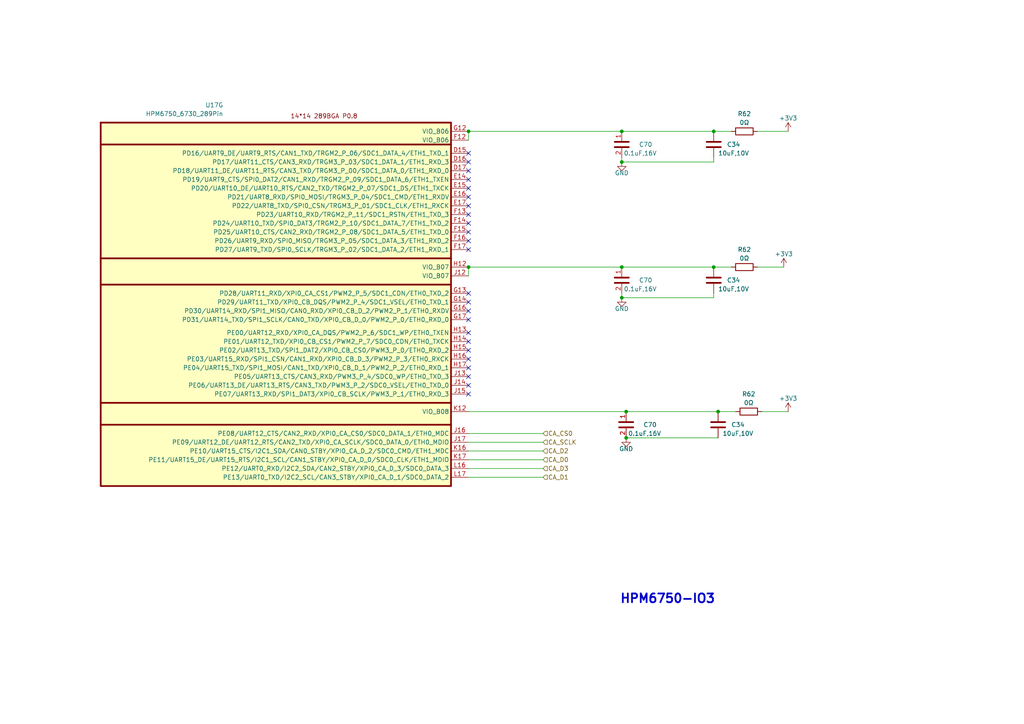
<source format=kicad_sch>
(kicad_sch (version 20230121) (generator eeschema)
  (paper "A4")
  (title_block (title "HPM6750 ADC EVK") (date "2023-5-25") (rev "A"))
  (junction (at 135.89 77.47))
  (junction (at 181.61 119.38))
  (junction (at 208.28 119.38))
  (junction (at 135.89 38.1))
  (junction (at 180.34 86.36))
  (junction (at 207.01 77.47))
  (junction (at 207.01 38.1))
  (junction (at 180.34 46.99))
  (junction (at 180.34 77.47))
  (junction (at 181.61 127))
  (junction (at 180.34 38.1))
  (no_connect (at 135.89 49.53))
  (no_connect (at 135.89 52.07))
  (no_connect (at 135.89 85.09))
  (no_connect (at 135.89 72.39))
  (no_connect (at 135.89 67.31))
  (no_connect (at 135.89 44.45))
  (no_connect (at 135.89 109.22))
  (no_connect (at 135.89 99.06))
  (no_connect (at 135.89 106.68))
  (no_connect (at 135.89 101.6))
  (no_connect (at 135.89 46.99))
  (no_connect (at 135.89 57.15))
  (no_connect (at 135.89 104.14))
  (no_connect (at 135.89 69.85))
  (no_connect (at 135.89 87.63))
  (no_connect (at 135.89 96.52))
  (no_connect (at 135.89 59.69))
  (no_connect (at 135.89 62.23))
  (no_connect (at 135.89 111.76))
  (no_connect (at 135.89 64.77))
  (no_connect (at 135.89 114.3))
  (no_connect (at 135.89 92.71))
  (no_connect (at 135.89 90.17))
  (no_connect (at 135.89 54.61))
  (wire (pts (xy 180.34 77.47) (xy 207.01 77.47)))
  (wire (pts (xy 180.34 38.1) (xy 207.01 38.1)))
  (wire (pts (xy 227.33 77.47) (xy 219.71 77.47)))
  (wire (pts (xy 181.61 127) (xy 208.28 127)))
  (wire (pts (xy 207.01 45.72) (xy 207.01 46.99)))
  (wire (pts (xy 228.6 119.38) (xy 220.98 119.38)))
  (wire (pts (xy 207.01 85.09) (xy 207.01 86.36)))
  (wire (pts (xy 181.61 119.38) (xy 208.28 119.38)))
  (wire (pts (xy 157.48 135.89) (xy 135.89 135.89)))
  (wire (pts (xy 180.34 45.72) (xy 180.34 46.99)))
  (wire (pts (xy 157.48 130.81) (xy 135.89 130.81)))
  (wire (pts (xy 135.89 40.64) (xy 135.89 38.1)))
  (wire (pts (xy 180.34 46.99) (xy 207.01 46.99)))
  (wire (pts (xy 157.48 133.35) (xy 135.89 133.35)))
  (wire (pts (xy 228.6 38.1) (xy 219.71 38.1)))
  (wire (pts (xy 135.89 38.1) (xy 180.34 38.1)))
  (wire (pts (xy 157.48 138.43) (xy 135.89 138.43)))
  (wire (pts (xy 135.89 77.47) (xy 135.89 80.01)))
  (wire (pts (xy 207.01 77.47) (xy 212.09 77.47)))
  (wire (pts (xy 157.48 128.27) (xy 135.89 128.27)))
  (wire (pts (xy 180.34 86.36) (xy 207.01 86.36)))
  (wire (pts (xy 157.48 125.73) (xy 135.89 125.73)))
  (wire (pts (xy 180.34 85.09) (xy 180.34 86.36)))
  (wire (pts (xy 207.01 38.1) (xy 212.09 38.1)))
  (wire (pts (xy 208.28 119.38) (xy 213.36 119.38)))
  (wire (pts (xy 135.89 119.38) (xy 181.61 119.38)))
  (wire (pts (xy 135.89 77.47) (xy 180.34 77.47)))
  (text "HPM6750-IO3" (at 179.705 175.26 0) (effects (font (size 2.54 2.54) (thickness 0.508) bold) (justify left bottom)))
  (hierarchical_label "CA_SCLK" (shape input) (at 157.48 128.27 0))
  (hierarchical_label "CA_D1" (shape input) (at 157.48 138.43 0))
  (hierarchical_label "CA_D3" (shape input) (at 157.48 135.89 0))
  (hierarchical_label "CA_D2" (shape input) (at 157.48 130.81 0))
  (hierarchical_label "CA_D0" (shape input) (at 157.48 133.35 0))
  (hierarchical_label "CA_CS0" (shape input) (at 157.48 125.73 0))
  (symbol (lib_id "02_HPM_Resis:0Ω") (at 215.9 77.47 0) (unit 1)
    (property "Reference" "R62" (at 215.9 72.39 0))
    (property "Value" "0Ω" (at 215.9 74.93 0))
    (property "Footprint" "02_HPM_Resis:R_0402_1005Metric" (effects hide))
    (instances (project "HPM5300_ADC_EVK_RevA" (path "" (reference "R62") (unit 1)) (path "" (reference "R65") (unit 1)) (path "" (reference "R69") (unit 1))))
  )
  (symbol (lib_id "02_HPM_Resis:0Ω") (at 217.17 119.38 0) (unit 1)
    (property "Reference" "R62" (at 217.17 114.3 0))
    (property "Value" "0Ω" (at 217.17 116.84 0))
    (property "Footprint" "02_HPM_Resis:R_0402_1005Metric" (effects hide))
    (instances (project "HPM5300_ADC_EVK_RevA" (path "" (reference "R62") (unit 1)) (path "" (reference "R66") (unit 1)) (path "" (reference "R70") (unit 1))))
  )
  (symbol (lib_id "0_HPM6000_Library:HPM6750_6730_289Pin") (at 130.81 35.56 0) (mirror y) (unit 7)
    (property "Reference" "U17" (at 64.77 30.48 0) (effects (justify left)))
    (property "Value" "HPM6750_6730_289Pin" (at 64.77 33.02 0) (effects (justify left)))
    (property "Footprint" "0_HPM6000_Library:BGA-289_17x17_14.0x14.0mm" (effects hide))
  )
  (symbol (lib_id "power:GND") (at 180.34 86.36 0) (unit 1)
    (property "Reference" "#PWR0170" (effects hide))
    (property "Value" "GND" (at 180.34 89.535 0))
    (instances (project "HPM5300_ADC_EVK_RevA" (path "" (reference "#PWR0170") (unit 1)) (path "" (reference "#PWR0175") (unit 1))) (project "EVK_REVC" (path "" (reference "#PWR0180") (unit 1))))
  )
  (symbol (lib_id "power:+3V3") (at 228.6 38.1 0) (unit 1)
    (property "Reference" "#PWR049" (effects hide))
    (property "Value" "+3V3" (at 228.6 34.29 0))
    (instances (project "HPM5300_ADC_EVK_RevA" (path "" (reference "#PWR049") (unit 1)) (path "" (reference "#PWR0164") (unit 1)) (path "" (reference "#PWR0168") (unit 1)) (path "" (reference "#PWR0177") (unit 1))))
  )
  (symbol (lib_id "power:+3V3") (at 227.33 77.47 0) (unit 1)
    (property "Reference" "#PWR049" (effects hide))
    (property "Value" "+3V3" (at 227.33 73.66 0))
    (instances (project "HPM5300_ADC_EVK_RevA" (path "" (reference "#PWR049") (unit 1)) (path "" (reference "#PWR0164") (unit 1)) (path "" (reference "#PWR0171") (unit 1)) (path "" (reference "#PWR0178") (unit 1))))
  )
  (symbol (lib_id "03_HPM_CAP:10uF,10V") (at 207.01 81.28 0) (unit 1)
    (property "Reference" "C34" (at 210.82 81.28 0) (effects (justify left)))
    (property "Value" "10uF,10V" (at 208.28 83.82 0) (effects (justify left)))
    (property "Footprint" "03_HPM_CAP:C_0402_1005Metric" (effects hide))
    (instances (project "HPM5300_ADC_EVK_RevA" (path "" (reference "C34") (unit 1)) (path "" (reference "C107") (unit 1)) (path "" (reference "C118") (unit 1))))
  )
  (symbol (lib_id "power:GND") (at 181.61 127 0) (unit 1)
    (property "Reference" "#PWR0169" (effects hide))
    (property "Value" "GND" (at 181.61 130.175 0))
    (instances (project "HPM5300_ADC_EVK_RevA" (path "" (reference "#PWR0169") (unit 1)) (path "" (reference "#PWR0176") (unit 1))) (project "EVK_REVC" (path "" (reference "#PWR0182") (unit 1))))
  )
  (symbol (lib_name "0.1uF,16V_1") (lib_id "03_HPM_CAP:0.1uF,16V") (at 180.34 81.28 0) (mirror y) (unit 1)
    (property "Reference" "C70" (at 189.23 81.28 0) (effects (justify left)))
    (property "Value" "0.1uF,16V" (at 190.5 83.82 0) (effects (justify left)))
    (property "Footprint" "03_HPM_CAP:C_0402_1005Metric" (effects hide))
    (instances (project "HPM5300_ADC_EVK_RevA" (path "" (reference "C70") (unit 1)) (path "" (reference "C113") (unit 1)) (path "" (reference "C114") (unit 1))) (project "EVK_REVC" (path "" (reference "C53") (unit 1))))
  )
  (symbol (lib_id "03_HPM_CAP:10uF,10V") (at 207.01 41.91 0) (unit 1)
    (property "Reference" "C34" (at 210.82 41.91 0) (effects (justify left)))
    (property "Value" "10uF,10V" (at 208.28 44.45 0) (effects (justify left)))
    (property "Footprint" "03_HPM_CAP:C_0402_1005Metric" (effects hide))
    (instances (project "HPM5300_ADC_EVK_RevA" (path "" (reference "C34") (unit 1)) (path "" (reference "C106") (unit 1)) (path "" (reference "C116") (unit 1))))
  )
  (symbol (lib_id "02_HPM_Resis:0Ω") (at 215.9 38.1 0) (unit 1)
    (property "Reference" "R62" (at 215.9 33.02 0))
    (property "Value" "0Ω" (at 215.9 35.56 0))
    (property "Footprint" "02_HPM_Resis:R_0402_1005Metric" (effects hide))
    (instances (project "HPM5300_ADC_EVK_RevA" (path "" (reference "R62") (unit 1)) (path "" (reference "R64") (unit 1)) (path "" (reference "R68") (unit 1))))
  )
  (symbol (lib_name "0.1uF,16V_1") (lib_id "03_HPM_CAP:0.1uF,16V") (at 180.34 41.91 0) (mirror y) (unit 1)
    (property "Reference" "C70" (at 189.23 41.91 0) (effects (justify left)))
    (property "Value" "0.1uF,16V" (at 190.5 44.45 0) (effects (justify left)))
    (property "Footprint" "03_HPM_CAP:C_0402_1005Metric" (effects hide))
    (instances (project "HPM5300_ADC_EVK_RevA" (path "" (reference "C70") (unit 1)) (path "" (reference "C109") (unit 1)) (path "" (reference "C110") (unit 1))) (project "EVK_REVC" (path "" (reference "C53") (unit 1))))
  )
  (symbol (lib_name "0.1uF,16V_1") (lib_id "03_HPM_CAP:0.1uF,16V") (at 181.61 123.19 0) (mirror y) (unit 1)
    (property "Reference" "C70" (at 190.5 123.19 0) (effects (justify left)))
    (property "Value" "0.1uF,16V" (at 191.77 125.73 0) (effects (justify left)))
    (property "Footprint" "03_HPM_CAP:C_0402_1005Metric" (effects hide))
    (instances (project "HPM5300_ADC_EVK_RevA" (path "" (reference "C70") (unit 1)) (path "" (reference "C112") (unit 1)) (path "" (reference "C115") (unit 1))) (project "EVK_REVC" (path "" (reference "C53") (unit 1))))
  )
  (symbol (lib_id "power:GND") (at 180.34 46.99 0) (unit 1)
    (property "Reference" "#PWR0167" (effects hide))
    (property "Value" "GND" (at 180.34 50.165 0))
    (instances (project "HPM5300_ADC_EVK_RevA" (path "" (reference "#PWR0167") (unit 1)) (path "" (reference "#PWR0174") (unit 1))) (project "EVK_REVC" (path "" (reference "#PWR0184") (unit 1))))
  )
  (symbol (lib_id "03_HPM_CAP:10uF,10V") (at 208.28 123.19 0) (unit 1)
    (property "Reference" "C34" (at 212.09 123.19 0) (effects (justify left)))
    (property "Value" "10uF,10V" (at 209.55 125.73 0) (effects (justify left)))
    (property "Footprint" "03_HPM_CAP:C_0402_1005Metric" (effects hide))
    (instances (project "HPM5300_ADC_EVK_RevA" (path "" (reference "C34") (unit 1)) (path "" (reference "C108") (unit 1)) (path "" (reference "C119") (unit 1))))
  )
  (symbol (lib_id "power:+3V3") (at 228.6 119.38 0) (unit 1)
    (property "Reference" "#PWR049" (effects hide))
    (property "Value" "+3V3" (at 228.6 115.57 0))
    (instances (project "HPM5300_ADC_EVK_RevA" (path "" (reference "#PWR049") (unit 1)) (path "" (reference "#PWR0164") (unit 1)) (path "" (reference "#PWR0172") (unit 1)) (path "" (reference "#PWR0179") (unit 1))))
  )
)
</source>
